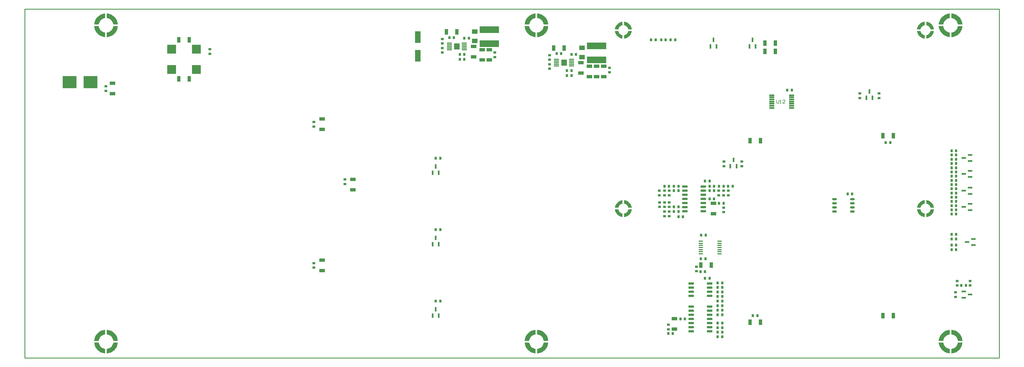
<source format=gtp>
G04 Layer_Color=10723209*
%FSLAX43Y43*%
%MOMM*%
G71*
G01*
G75*
%ADD10R,2.700X2.700*%
%ADD11O,1.400X0.350*%
%ADD12R,6.000X2.000*%
%ADD13R,0.600X1.350*%
%ADD14O,1.450X0.650*%
%ADD15R,1.800X1.340*%
%ADD16R,0.800X0.900*%
G04:AMPARAMS|DCode=17|XSize=0.45mm|YSize=1.6mm|CornerRadius=0.05mm|HoleSize=0mm|Usage=FLASHONLY|Rotation=90.000|XOffset=0mm|YOffset=0mm|HoleType=Round|Shape=RoundedRectangle|*
%AMROUNDEDRECTD17*
21,1,0.450,1.501,0,0,90.0*
21,1,0.351,1.600,0,0,90.0*
1,1,0.099,0.750,0.175*
1,1,0.099,0.750,-0.175*
1,1,0.099,-0.750,-0.175*
1,1,0.099,-0.750,0.175*
%
%ADD17ROUNDEDRECTD17*%
%ADD18R,4.240X3.810*%
%ADD19R,1.800X3.550*%
G04:AMPARAMS|DCode=21|XSize=0.65mm|YSize=1.65mm|CornerRadius=0.049mm|HoleSize=0mm|Usage=FLASHONLY|Rotation=270.000|XOffset=0mm|YOffset=0mm|HoleType=Round|Shape=RoundedRectangle|*
%AMROUNDEDRECTD21*
21,1,0.650,1.552,0,0,270.0*
21,1,0.552,1.650,0,0,270.0*
1,1,0.098,-0.776,-0.276*
1,1,0.098,-0.776,0.276*
1,1,0.098,0.776,0.276*
1,1,0.098,0.776,-0.276*
%
%ADD21ROUNDEDRECTD21*%
%ADD22R,1.700X1.000*%
%ADD23R,1.000X1.700*%
G04:AMPARAMS|DCode=24|XSize=0.3mm|YSize=1.55mm|CornerRadius=0.05mm|HoleSize=0mm|Usage=FLASHONLY|Rotation=90.000|XOffset=0mm|YOffset=0mm|HoleType=Round|Shape=RoundedRectangle|*
%AMROUNDEDRECTD24*
21,1,0.300,1.451,0,0,90.0*
21,1,0.201,1.550,0,0,90.0*
1,1,0.099,0.726,0.101*
1,1,0.099,0.726,-0.101*
1,1,0.099,-0.726,-0.101*
1,1,0.099,-0.726,0.101*
%
%ADD24ROUNDEDRECTD24*%
G04:AMPARAMS|DCode=25|XSize=1.73mm|YSize=1.9mm|CornerRadius=0.052mm|HoleSize=0mm|Usage=FLASHONLY|Rotation=0.000|XOffset=0mm|YOffset=0mm|HoleType=Round|Shape=RoundedRectangle|*
%AMROUNDEDRECTD25*
21,1,1.730,1.796,0,0,0.0*
21,1,1.626,1.900,0,0,0.0*
1,1,0.104,0.813,-0.898*
1,1,0.104,-0.813,-0.898*
1,1,0.104,-0.813,0.898*
1,1,0.104,0.813,0.898*
%
%ADD25ROUNDEDRECTD25*%
%ADD26R,0.900X0.800*%
%ADD27R,1.350X0.600*%
%ADD35C,0.254*%
%ADD36C,0.178*%
G36*
X186838Y45750D02*
X186816Y45527D01*
X186697Y45094D01*
X186506Y44688D01*
X186247Y44320D01*
X185930Y44003D01*
X185562Y43744D01*
X185156Y43553D01*
X184723Y43434D01*
X184500Y43412D01*
X184500D01*
Y44471D01*
X184500Y44470D01*
X184618Y44494D01*
X184848Y44570D01*
X185062Y44680D01*
X185257Y44822D01*
X185428Y44993D01*
X185570Y45188D01*
X185680Y45402D01*
X185756Y45632D01*
X185780Y45750D01*
Y45750D01*
Y45750D01*
X186838Y45750D01*
D02*
G37*
G36*
X279858D02*
X279836Y45527D01*
X279717Y45094D01*
X279526Y44688D01*
X279267Y44320D01*
X278950Y44003D01*
X278582Y43744D01*
X278176Y43553D01*
X277743Y43434D01*
X277520Y43412D01*
X277520D01*
Y44471D01*
X277520Y44470D01*
X277638Y44494D01*
X277868Y44570D01*
X278082Y44680D01*
X278277Y44822D01*
X278448Y44993D01*
X278590Y45188D01*
X278700Y45402D01*
X278776Y45632D01*
X278800Y45750D01*
Y45750D01*
Y45750D01*
X279858Y45750D01*
D02*
G37*
G36*
X275740Y45750D02*
X275764Y45632D01*
X275840Y45402D01*
X275950Y45188D01*
X276092Y44993D01*
X276263Y44822D01*
X276458Y44680D01*
X276672Y44570D01*
X276902Y44494D01*
X277020Y44470D01*
X277020Y44470D01*
X277020D01*
X277020Y43412D01*
X276797Y43434D01*
X276364Y43553D01*
X275957Y43744D01*
X275590Y44003D01*
X275273Y44320D01*
X275014Y44688D01*
X274823Y45094D01*
X274704Y45527D01*
X274682Y45750D01*
Y45750D01*
X275741D01*
X275740Y45750D01*
D02*
G37*
G36*
X157250Y8641D02*
Y7236D01*
X157250D01*
Y7236D01*
X157063Y7207D01*
X156699Y7103D01*
X156358Y6938D01*
X156049Y6719D01*
X155781Y6452D01*
X155562Y6143D01*
X155398Y5801D01*
X155293Y5437D01*
X155264Y5250D01*
Y5250D01*
X153859D01*
X153874Y5468D01*
X153955Y5897D01*
X154087Y6313D01*
X154268Y6710D01*
X154495Y7083D01*
X154765Y7427D01*
X155074Y7735D01*
X155417Y8005D01*
X155790Y8232D01*
X156187Y8413D01*
X156603Y8545D01*
X157032Y8626D01*
X157250Y8641D01*
D01*
X157250D01*
X157250D01*
D02*
G37*
G36*
X182720Y45750D02*
X182744Y45632D01*
X182820Y45402D01*
X182930Y45188D01*
X183072Y44993D01*
X183243Y44822D01*
X183438Y44680D01*
X183652Y44570D01*
X183882Y44494D01*
X184000Y44470D01*
X184000Y44470D01*
X184000D01*
X184000Y43412D01*
X183777Y43434D01*
X183344Y43553D01*
X182938Y43744D01*
X182570Y44003D01*
X182253Y44320D01*
X181994Y44688D01*
X181803Y45094D01*
X181684Y45527D01*
X181662Y45750D01*
Y45750D01*
X182721D01*
X182720Y45750D01*
D02*
G37*
G36*
X277020Y47529D02*
X277020Y47530D01*
X276902Y47506D01*
X276672Y47430D01*
X276458Y47320D01*
X276263Y47178D01*
X276092Y47007D01*
X275950Y46812D01*
X275840Y46598D01*
X275764Y46368D01*
X275740Y46250D01*
X275740D01*
Y46250D01*
X274682D01*
X274704Y46473D01*
X274823Y46906D01*
X275014Y47312D01*
X275273Y47680D01*
X275590Y47997D01*
X275957Y48256D01*
X276364Y48447D01*
X276797Y48566D01*
X277020Y48588D01*
Y48588D01*
X277020D01*
Y47529D01*
D02*
G37*
G36*
X182720Y100750D02*
X182744Y100632D01*
X182820Y100402D01*
X182930Y100188D01*
X183072Y99993D01*
X183243Y99822D01*
X183438Y99680D01*
X183652Y99570D01*
X183882Y99494D01*
X184000Y99470D01*
X184000Y99470D01*
X184000D01*
X184000Y98412D01*
X183777Y98434D01*
X183344Y98553D01*
X182938Y98744D01*
X182570Y99003D01*
X182253Y99320D01*
X181994Y99687D01*
X181803Y100094D01*
X181684Y100527D01*
X181662Y100750D01*
Y100750D01*
X182721D01*
X182720Y100750D01*
D02*
G37*
G36*
X184000Y47529D02*
X184000Y47530D01*
X183882Y47506D01*
X183652Y47430D01*
X183438Y47320D01*
X183243Y47178D01*
X183072Y47007D01*
X182930Y46812D01*
X182820Y46598D01*
X182744Y46368D01*
X182720Y46250D01*
X182720D01*
Y46250D01*
X181662D01*
X181684Y46473D01*
X181803Y46906D01*
X181994Y47312D01*
X182253Y47680D01*
X182570Y47997D01*
X182938Y48256D01*
X183344Y48447D01*
X183777Y48566D01*
X184000Y48588D01*
Y48588D01*
X184000D01*
Y47529D01*
D02*
G37*
G36*
X184723Y48566D02*
X185156Y48447D01*
X185562Y48256D01*
X185930Y47997D01*
X186247Y47680D01*
X186506Y47312D01*
X186697Y46906D01*
X186816Y46473D01*
X186838Y46250D01*
X186838Y46250D01*
Y46250D01*
X185779D01*
X185780Y46250D01*
X185756Y46368D01*
X185680Y46598D01*
X185570Y46812D01*
X185428Y47007D01*
X185257Y47178D01*
X185062Y47320D01*
X184848Y47430D01*
X184618Y47506D01*
X184500Y47530D01*
X184500D01*
Y48588D01*
X184723Y48566D01*
D02*
G37*
G36*
X277743D02*
X278176Y48447D01*
X278582Y48256D01*
X278950Y47997D01*
X279267Y47680D01*
X279526Y47312D01*
X279717Y46906D01*
X279836Y46473D01*
X279858Y46250D01*
X279858Y46250D01*
Y46250D01*
X278799D01*
X278800Y46250D01*
X278776Y46368D01*
X278700Y46598D01*
X278590Y46812D01*
X278448Y47007D01*
X278277Y47178D01*
X278082Y47320D01*
X277868Y47430D01*
X277638Y47506D01*
X277520Y47530D01*
X277520D01*
Y48588D01*
X277743Y48566D01*
D02*
G37*
G36*
X157968Y8626D02*
X158397Y8545D01*
X158813Y8413D01*
X159210Y8232D01*
X159583Y8005D01*
X159927Y7735D01*
X160235Y7426D01*
X160505Y7083D01*
X160732Y6710D01*
X160913Y6313D01*
X161045Y5897D01*
X161126Y5468D01*
X161141Y5250D01*
D01*
Y5250D01*
Y5250D01*
X159736D01*
Y5250D01*
X159736Y5250D01*
X159707Y5437D01*
X159603Y5801D01*
X159438Y6142D01*
X159219Y6451D01*
X158952Y6719D01*
X158643Y6938D01*
X158301Y7102D01*
X157937Y7207D01*
X157750Y7236D01*
X157750Y7236D01*
Y8641D01*
X157968Y8626D01*
D02*
G37*
G36*
X22793Y4563D02*
X22897Y4199D01*
X23062Y3858D01*
X23281Y3549D01*
X23548Y3281D01*
X23857Y3062D01*
X24199Y2898D01*
X24563Y2793D01*
X24750Y2764D01*
X24750D01*
Y1359D01*
X24750Y1359D01*
X24532Y1374D01*
X24103Y1455D01*
X23687Y1587D01*
X23290Y1768D01*
X22917Y1995D01*
X22573Y2265D01*
X22265Y2573D01*
X21995Y2917D01*
X21768Y3290D01*
X21587Y3687D01*
X21455Y4103D01*
X21374Y4532D01*
X21359Y4750D01*
X21359Y4750D01*
X22764D01*
Y4750D01*
X22793Y4563D01*
D02*
G37*
G36*
X282793D02*
X282897Y4199D01*
X283062Y3858D01*
X283281Y3549D01*
X283548Y3281D01*
X283857Y3062D01*
X284199Y2898D01*
X284563Y2793D01*
X284750Y2764D01*
X284750D01*
Y1359D01*
X284750Y1359D01*
X284532Y1374D01*
X284103Y1455D01*
X283687Y1587D01*
X283290Y1768D01*
X282917Y1995D01*
X282573Y2265D01*
X282265Y2573D01*
X281995Y2917D01*
X281768Y3290D01*
X281587Y3687D01*
X281455Y4103D01*
X281374Y4532D01*
X281359Y4750D01*
X281359Y4750D01*
X282764D01*
Y4750D01*
X282793Y4563D01*
D02*
G37*
G36*
X161141Y4750D02*
X161126Y4532D01*
X161045Y4103D01*
X160913Y3687D01*
X160732Y3290D01*
X160505Y2917D01*
X160235Y2573D01*
X159926Y2265D01*
X159583Y1995D01*
X159210Y1768D01*
X158813Y1587D01*
X158397Y1455D01*
X157968Y1374D01*
X157750Y1359D01*
X157750Y1359D01*
Y2764D01*
X157750D01*
X157937Y2793D01*
X158301Y2897D01*
X158642Y3062D01*
X158951Y3281D01*
X159219Y3548D01*
X159438Y3857D01*
X159602Y4199D01*
X159707Y4563D01*
X159736Y4750D01*
X159736Y4750D01*
X161141D01*
Y4750D01*
D02*
G37*
G36*
X28641Y4750D02*
X28626Y4532D01*
X28545Y4103D01*
X28413Y3687D01*
X28232Y3290D01*
X28005Y2917D01*
X27735Y2573D01*
X27427Y2265D01*
X27083Y1995D01*
X26710Y1768D01*
X26313Y1587D01*
X25897Y1455D01*
X25468Y1373D01*
X25250Y1359D01*
X25250Y1359D01*
Y2764D01*
X25250D01*
X25437Y2793D01*
X25801Y2897D01*
X26142Y3062D01*
X26451Y3281D01*
X26719Y3548D01*
X26938Y3857D01*
X27102Y4199D01*
X27207Y4563D01*
X27236Y4750D01*
X27236Y4750D01*
X28641D01*
Y4750D01*
D02*
G37*
G36*
X288641D02*
X288626Y4532D01*
X288545Y4103D01*
X288413Y3687D01*
X288232Y3290D01*
X288005Y2917D01*
X287735Y2573D01*
X287427Y2265D01*
X287083Y1995D01*
X286710Y1768D01*
X286313Y1587D01*
X285897Y1455D01*
X285468Y1373D01*
X285250Y1359D01*
X285250Y1359D01*
Y2764D01*
X285250D01*
X285437Y2793D01*
X285801Y2897D01*
X286142Y3062D01*
X286451Y3281D01*
X286719Y3548D01*
X286938Y3857D01*
X287102Y4199D01*
X287207Y4563D01*
X287236Y4750D01*
X287236Y4750D01*
X288641D01*
Y4750D01*
D02*
G37*
G36*
X24750Y8641D02*
Y7236D01*
X24750D01*
Y7236D01*
X24563Y7207D01*
X24199Y7102D01*
X23858Y6938D01*
X23549Y6719D01*
X23281Y6452D01*
X23062Y6143D01*
X22898Y5801D01*
X22793Y5437D01*
X22764Y5250D01*
Y5250D01*
X21359D01*
X21374Y5468D01*
X21455Y5897D01*
X21587Y6313D01*
X21768Y6710D01*
X21995Y7083D01*
X22265Y7427D01*
X22573Y7735D01*
X22917Y8005D01*
X23290Y8232D01*
X23687Y8413D01*
X24103Y8545D01*
X24532Y8626D01*
X24750Y8641D01*
D01*
X24750D01*
X24750D01*
D02*
G37*
G36*
X284750D02*
Y7236D01*
X284750D01*
Y7236D01*
X284563Y7207D01*
X284199Y7102D01*
X283858Y6938D01*
X283549Y6719D01*
X283281Y6452D01*
X283062Y6143D01*
X282898Y5801D01*
X282793Y5437D01*
X282764Y5250D01*
Y5250D01*
X281359D01*
X281374Y5468D01*
X281455Y5897D01*
X281587Y6313D01*
X281768Y6710D01*
X281995Y7083D01*
X282265Y7427D01*
X282573Y7735D01*
X282917Y8005D01*
X283290Y8232D01*
X283687Y8413D01*
X284103Y8545D01*
X284532Y8626D01*
X284750Y8641D01*
D01*
X284750D01*
X284750D01*
D02*
G37*
G36*
X285468Y8626D02*
X285897Y8545D01*
X286313Y8413D01*
X286710Y8232D01*
X287083Y8005D01*
X287427Y7735D01*
X287735Y7426D01*
X288005Y7083D01*
X288232Y6710D01*
X288413Y6313D01*
X288545Y5897D01*
X288626Y5468D01*
X288641Y5250D01*
D01*
Y5250D01*
Y5250D01*
X287236D01*
Y5250D01*
X287236Y5250D01*
X287207Y5437D01*
X287103Y5801D01*
X286938Y6142D01*
X286719Y6451D01*
X286452Y6719D01*
X286143Y6938D01*
X285801Y7102D01*
X285437Y7207D01*
X285250Y7236D01*
X285250Y7236D01*
Y8641D01*
X285468Y8626D01*
D02*
G37*
G36*
X155293Y4563D02*
X155397Y4199D01*
X155562Y3858D01*
X155781Y3549D01*
X156048Y3281D01*
X156357Y3062D01*
X156699Y2898D01*
X157063Y2793D01*
X157250Y2764D01*
X157250D01*
Y1359D01*
X157250Y1359D01*
X157032Y1374D01*
X156603Y1455D01*
X156187Y1587D01*
X155790Y1768D01*
X155417Y1995D01*
X155073Y2265D01*
X154765Y2573D01*
X154495Y2917D01*
X154268Y3290D01*
X154087Y3687D01*
X153955Y4103D01*
X153874Y4532D01*
X153859Y4750D01*
X153859Y4750D01*
X155264D01*
Y4750D01*
X155293Y4563D01*
D02*
G37*
G36*
X25468Y8626D02*
X25897Y8545D01*
X26313Y8413D01*
X26710Y8232D01*
X27083Y8005D01*
X27427Y7735D01*
X27735Y7426D01*
X28005Y7083D01*
X28232Y6710D01*
X28413Y6313D01*
X28545Y5897D01*
X28626Y5468D01*
X28641Y5250D01*
D01*
Y5250D01*
Y5250D01*
X27236D01*
Y5250D01*
X27236Y5250D01*
X27207Y5437D01*
X27103Y5801D01*
X26938Y6142D01*
X26719Y6451D01*
X26452Y6719D01*
X26143Y6938D01*
X25801Y7102D01*
X25437Y7207D01*
X25250Y7236D01*
X25250Y7236D01*
Y8641D01*
X25468Y8626D01*
D02*
G37*
G36*
X275720Y100750D02*
X275744Y100632D01*
X275820Y100402D01*
X275930Y100188D01*
X276072Y99993D01*
X276243Y99822D01*
X276438Y99680D01*
X276652Y99570D01*
X276882Y99494D01*
X277000Y99470D01*
X277000Y99470D01*
X277000D01*
X277000Y98412D01*
X276777Y98434D01*
X276344Y98553D01*
X275938Y98744D01*
X275570Y99003D01*
X275253Y99320D01*
X274994Y99687D01*
X274803Y100094D01*
X274684Y100527D01*
X274662Y100750D01*
Y100750D01*
X275721D01*
X275720Y100750D01*
D02*
G37*
G36*
X285468Y106126D02*
X285897Y106045D01*
X286313Y105913D01*
X286710Y105732D01*
X287083Y105505D01*
X287427Y105235D01*
X287735Y104926D01*
X288005Y104583D01*
X288232Y104210D01*
X288413Y103813D01*
X288545Y103397D01*
X288626Y102968D01*
X288641Y102750D01*
D01*
Y102750D01*
Y102750D01*
X287236D01*
Y102750D01*
X287236Y102750D01*
X287207Y102937D01*
X287103Y103301D01*
X286938Y103642D01*
X286719Y103951D01*
X286452Y104219D01*
X286143Y104438D01*
X285801Y104602D01*
X285437Y104707D01*
X285250Y104736D01*
X285250Y104736D01*
Y106141D01*
X285468Y106126D01*
D02*
G37*
G36*
X24750Y104736D02*
X24750D01*
Y104736D01*
X24563Y104707D01*
X24199Y104603D01*
X23858Y104438D01*
X23549Y104219D01*
X23281Y103952D01*
X23062Y103643D01*
X22898Y103301D01*
X22793Y102937D01*
X22764Y102750D01*
Y102750D01*
X21359D01*
X21374Y102968D01*
X21455Y103397D01*
X21587Y103813D01*
X21768Y104210D01*
X21995Y104583D01*
X22265Y104927D01*
X22573Y105235D01*
X22917Y105505D01*
X23290Y105732D01*
X23687Y105913D01*
X24103Y106045D01*
X24532Y106126D01*
X24750Y106141D01*
Y104736D01*
D02*
G37*
G36*
X157968Y106126D02*
X158397Y106045D01*
X158813Y105913D01*
X159210Y105732D01*
X159583Y105505D01*
X159927Y105235D01*
X160235Y104926D01*
X160505Y104583D01*
X160732Y104210D01*
X160913Y103813D01*
X161045Y103397D01*
X161126Y102968D01*
X161141Y102750D01*
D01*
Y102750D01*
Y102750D01*
X159736D01*
Y102750D01*
X159736Y102750D01*
X159707Y102937D01*
X159603Y103301D01*
X159438Y103642D01*
X159219Y103951D01*
X158952Y104219D01*
X158643Y104438D01*
X158301Y104602D01*
X157937Y104707D01*
X157750Y104736D01*
X157750Y104736D01*
Y106141D01*
X157968Y106126D01*
D02*
G37*
G36*
X277000Y102529D02*
X277000Y102530D01*
X276882Y102506D01*
X276652Y102430D01*
X276438Y102320D01*
X276243Y102178D01*
X276072Y102007D01*
X275930Y101812D01*
X275820Y101598D01*
X275744Y101368D01*
X275720Y101250D01*
X275720D01*
Y101250D01*
X274662D01*
X274684Y101473D01*
X274803Y101906D01*
X274994Y102312D01*
X275253Y102680D01*
X275570Y102997D01*
X275938Y103256D01*
X276344Y103447D01*
X276777Y103566D01*
X277000Y103588D01*
Y103588D01*
X277000D01*
Y102529D01*
D02*
G37*
G36*
X25468Y106126D02*
X25897Y106045D01*
X26313Y105913D01*
X26710Y105732D01*
X27083Y105505D01*
X27427Y105235D01*
X27735Y104926D01*
X28005Y104583D01*
X28232Y104210D01*
X28413Y103813D01*
X28545Y103397D01*
X28626Y102968D01*
X28641Y102750D01*
D01*
Y102750D01*
Y102750D01*
X27236D01*
Y102750D01*
X27236Y102750D01*
X27207Y102937D01*
X27103Y103301D01*
X26938Y103642D01*
X26719Y103951D01*
X26452Y104219D01*
X26143Y104438D01*
X25801Y104602D01*
X25437Y104707D01*
X25250Y104736D01*
X25250Y104736D01*
Y106141D01*
X25468Y106126D01*
D02*
G37*
G36*
X284750Y106141D02*
D01*
X284750D01*
X284750D01*
D02*
G37*
G36*
X157250D02*
D01*
X157250D01*
X157250D01*
D02*
G37*
G36*
X24750D02*
D01*
X24750D01*
X24750D01*
D02*
G37*
G36*
X157250Y104736D02*
X157250D01*
Y104736D01*
X157063Y104707D01*
X156699Y104603D01*
X156358Y104438D01*
X156049Y104219D01*
X155781Y103952D01*
X155562Y103643D01*
X155398Y103301D01*
X155293Y102937D01*
X155264Y102750D01*
Y102750D01*
X153859D01*
X153874Y102968D01*
X153955Y103397D01*
X154087Y103813D01*
X154268Y104210D01*
X154495Y104583D01*
X154765Y104927D01*
X155074Y105235D01*
X155417Y105505D01*
X155790Y105732D01*
X156187Y105913D01*
X156603Y106045D01*
X157032Y106126D01*
X157250Y106141D01*
Y104736D01*
D02*
G37*
G36*
X284750D02*
X284750D01*
Y104736D01*
X284563Y104707D01*
X284199Y104603D01*
X283858Y104438D01*
X283549Y104219D01*
X283281Y103952D01*
X283062Y103643D01*
X282898Y103301D01*
X282793Y102937D01*
X282764Y102750D01*
Y102750D01*
X281359D01*
X281374Y102968D01*
X281455Y103397D01*
X281587Y103813D01*
X281768Y104210D01*
X281995Y104583D01*
X282265Y104927D01*
X282573Y105235D01*
X282917Y105505D01*
X283290Y105732D01*
X283687Y105913D01*
X284103Y106045D01*
X284532Y106126D01*
X284750Y106141D01*
Y104736D01*
D02*
G37*
G36*
X184000Y102529D02*
X184000Y102530D01*
X183882Y102506D01*
X183652Y102430D01*
X183438Y102320D01*
X183243Y102178D01*
X183072Y102007D01*
X182930Y101812D01*
X182820Y101598D01*
X182744Y101368D01*
X182720Y101250D01*
X182720D01*
Y101250D01*
X181662D01*
X181684Y101473D01*
X181803Y101906D01*
X181994Y102312D01*
X182253Y102680D01*
X182570Y102997D01*
X182938Y103256D01*
X183344Y103447D01*
X183777Y103566D01*
X184000Y103588D01*
Y103588D01*
X184000D01*
Y102529D01*
D02*
G37*
G36*
X186838Y100750D02*
X186816Y100527D01*
X186697Y100094D01*
X186506Y99688D01*
X186247Y99320D01*
X185930Y99003D01*
X185562Y98744D01*
X185156Y98553D01*
X184723Y98434D01*
X184500Y98412D01*
X184500D01*
Y99471D01*
X184500Y99470D01*
X184618Y99494D01*
X184848Y99570D01*
X185062Y99680D01*
X185257Y99822D01*
X185428Y99993D01*
X185570Y100188D01*
X185680Y100402D01*
X185756Y100632D01*
X185780Y100750D01*
Y100750D01*
Y100750D01*
X186838Y100750D01*
D02*
G37*
G36*
X279838D02*
X279816Y100527D01*
X279697Y100094D01*
X279506Y99688D01*
X279247Y99320D01*
X278930Y99003D01*
X278562Y98744D01*
X278156Y98553D01*
X277723Y98434D01*
X277500Y98412D01*
X277500D01*
Y99471D01*
X277500Y99470D01*
X277618Y99494D01*
X277848Y99570D01*
X278062Y99680D01*
X278257Y99822D01*
X278428Y99993D01*
X278570Y100188D01*
X278680Y100402D01*
X278756Y100632D01*
X278780Y100750D01*
Y100750D01*
Y100750D01*
X279838Y100750D01*
D02*
G37*
G36*
X288641Y102250D02*
X288626Y102032D01*
X288545Y101603D01*
X288413Y101187D01*
X288232Y100790D01*
X288005Y100417D01*
X287735Y100073D01*
X287427Y99765D01*
X287083Y99495D01*
X286710Y99268D01*
X286313Y99087D01*
X285897Y98955D01*
X285468Y98874D01*
X285250Y98859D01*
X285250Y98859D01*
Y100264D01*
X285250D01*
X285437Y100293D01*
X285801Y100397D01*
X286142Y100562D01*
X286451Y100781D01*
X286719Y101048D01*
X286938Y101357D01*
X287102Y101699D01*
X287207Y102063D01*
X287236Y102250D01*
X287236Y102250D01*
X288641D01*
Y102250D01*
D02*
G37*
G36*
X28641D02*
X28626Y102032D01*
X28545Y101603D01*
X28413Y101187D01*
X28232Y100790D01*
X28005Y100417D01*
X27735Y100073D01*
X27427Y99765D01*
X27083Y99495D01*
X26710Y99268D01*
X26313Y99087D01*
X25897Y98955D01*
X25468Y98874D01*
X25250Y98859D01*
X25250Y98859D01*
Y100264D01*
X25250D01*
X25437Y100293D01*
X25801Y100397D01*
X26142Y100562D01*
X26451Y100781D01*
X26719Y101048D01*
X26938Y101357D01*
X27102Y101699D01*
X27207Y102063D01*
X27236Y102250D01*
X27236Y102250D01*
X28641D01*
Y102250D01*
D02*
G37*
G36*
X161141D02*
X161126Y102032D01*
X161045Y101603D01*
X160913Y101187D01*
X160732Y100790D01*
X160505Y100417D01*
X160235Y100073D01*
X159926Y99765D01*
X159583Y99495D01*
X159210Y99268D01*
X158813Y99087D01*
X158397Y98955D01*
X157968Y98874D01*
X157750Y98859D01*
X157750Y98859D01*
Y100264D01*
X157750D01*
X157937Y100293D01*
X158301Y100397D01*
X158642Y100562D01*
X158951Y100781D01*
X159219Y101048D01*
X159438Y101357D01*
X159602Y101699D01*
X159707Y102063D01*
X159736Y102250D01*
X159736Y102250D01*
X161141D01*
Y102250D01*
D02*
G37*
G36*
X155293Y102063D02*
X155397Y101699D01*
X155562Y101358D01*
X155781Y101049D01*
X156048Y100781D01*
X156357Y100562D01*
X156699Y100398D01*
X157063Y100293D01*
X157250Y100264D01*
X157250D01*
Y98859D01*
X157250Y98859D01*
X157032Y98874D01*
X156603Y98955D01*
X156187Y99087D01*
X155790Y99268D01*
X155417Y99495D01*
X155073Y99765D01*
X154765Y100074D01*
X154495Y100417D01*
X154268Y100790D01*
X154087Y101187D01*
X153955Y101603D01*
X153874Y102032D01*
X153859Y102250D01*
X153859Y102250D01*
X155264D01*
Y102250D01*
X155293Y102063D01*
D02*
G37*
G36*
X282793D02*
X282897Y101699D01*
X283062Y101358D01*
X283281Y101049D01*
X283548Y100781D01*
X283857Y100562D01*
X284199Y100398D01*
X284563Y100293D01*
X284750Y100264D01*
X284750D01*
Y98859D01*
X284750Y98859D01*
X284532Y98874D01*
X284103Y98955D01*
X283687Y99087D01*
X283290Y99268D01*
X282917Y99495D01*
X282573Y99765D01*
X282265Y100074D01*
X281995Y100417D01*
X281768Y100790D01*
X281587Y101187D01*
X281455Y101603D01*
X281374Y102032D01*
X281359Y102250D01*
X281359Y102250D01*
X282764D01*
Y102250D01*
X282793Y102063D01*
D02*
G37*
G36*
X22793D02*
X22897Y101699D01*
X23062Y101358D01*
X23281Y101049D01*
X23548Y100781D01*
X23857Y100562D01*
X24199Y100398D01*
X24563Y100293D01*
X24750Y100264D01*
X24750D01*
Y98859D01*
X24750Y98859D01*
X24532Y98874D01*
X24103Y98955D01*
X23687Y99087D01*
X23290Y99268D01*
X22917Y99495D01*
X22573Y99765D01*
X22265Y100074D01*
X21995Y100417D01*
X21768Y100790D01*
X21587Y101187D01*
X21455Y101603D01*
X21374Y102032D01*
X21359Y102250D01*
X21359Y102250D01*
X22764D01*
Y102250D01*
X22793Y102063D01*
D02*
G37*
G36*
X184723Y103566D02*
X185156Y103447D01*
X185562Y103256D01*
X185930Y102997D01*
X186247Y102680D01*
X186506Y102312D01*
X186697Y101906D01*
X186816Y101473D01*
X186838Y101250D01*
X186838Y101250D01*
Y101250D01*
X185779D01*
X185780Y101250D01*
X185756Y101368D01*
X185680Y101598D01*
X185570Y101812D01*
X185428Y102007D01*
X185257Y102178D01*
X185062Y102320D01*
X184848Y102430D01*
X184618Y102506D01*
X184500Y102530D01*
X184500D01*
Y103588D01*
X184723Y103566D01*
D02*
G37*
G36*
X277723D02*
X278156Y103447D01*
X278562Y103256D01*
X278930Y102997D01*
X279247Y102680D01*
X279506Y102312D01*
X279697Y101906D01*
X279816Y101473D01*
X279838Y101250D01*
X279838Y101250D01*
Y101250D01*
X278779D01*
X278780Y101250D01*
X278756Y101368D01*
X278680Y101598D01*
X278570Y101812D01*
X278428Y102007D01*
X278257Y102178D01*
X278062Y102320D01*
X277848Y102430D01*
X277618Y102506D01*
X277500Y102530D01*
X277500D01*
Y103588D01*
X277723Y103566D01*
D02*
G37*
D10*
X45190Y88890D02*
D03*
X52810D02*
D03*
Y95110D02*
D03*
X45190D02*
D03*
D11*
X208125Y35950D02*
D03*
Y35300D02*
D03*
Y34650D02*
D03*
Y34000D02*
D03*
Y33350D02*
D03*
Y32700D02*
D03*
Y32050D02*
D03*
X213875Y35950D02*
D03*
Y35300D02*
D03*
Y34650D02*
D03*
Y34000D02*
D03*
Y33350D02*
D03*
Y32700D02*
D03*
Y32050D02*
D03*
D12*
X143000Y96850D02*
D03*
Y101150D02*
D03*
X176000Y91850D02*
D03*
Y96150D02*
D03*
D13*
X125550Y57025D02*
D03*
X127450D02*
D03*
X126500Y58975D02*
D03*
X259050Y80125D02*
D03*
X260950D02*
D03*
X260000Y82075D02*
D03*
X211050Y96025D02*
D03*
X212950D02*
D03*
X212000Y97975D02*
D03*
X223050Y96025D02*
D03*
X224950D02*
D03*
X224000Y97975D02*
D03*
X217180Y59095D02*
D03*
X219080D02*
D03*
X218130Y61045D02*
D03*
X125550Y13025D02*
D03*
X127450D02*
D03*
X126500Y14975D02*
D03*
X125550Y35025D02*
D03*
X127450D02*
D03*
X126500Y36975D02*
D03*
D14*
X254725Y45095D02*
D03*
Y46365D02*
D03*
Y47635D02*
D03*
Y48905D02*
D03*
X249275Y45095D02*
D03*
Y46365D02*
D03*
Y47635D02*
D03*
Y48905D02*
D03*
D15*
X138500Y100530D02*
D03*
Y97670D02*
D03*
X171500Y95530D02*
D03*
Y92670D02*
D03*
D16*
X209400Y54500D02*
D03*
X210800D02*
D03*
X215100Y47600D02*
D03*
X213700D02*
D03*
X210800Y24500D02*
D03*
X209400D02*
D03*
X285300Y34800D02*
D03*
X286700D02*
D03*
Y36600D02*
D03*
X285300D02*
D03*
X286700Y33300D02*
D03*
X285300D02*
D03*
X286700Y38100D02*
D03*
X285300D02*
D03*
X288300Y22300D02*
D03*
X289700D02*
D03*
X285300Y44300D02*
D03*
X286700D02*
D03*
X285300Y48200D02*
D03*
X286700D02*
D03*
X285300Y49500D02*
D03*
X286700D02*
D03*
X285300Y53400D02*
D03*
X286700D02*
D03*
X285300Y54700D02*
D03*
X286700D02*
D03*
X285300Y58600D02*
D03*
X286700D02*
D03*
X285300Y59900D02*
D03*
X286700D02*
D03*
X285300Y63800D02*
D03*
X286700D02*
D03*
Y62500D02*
D03*
X285300D02*
D03*
X286700Y61200D02*
D03*
X285300D02*
D03*
X286700Y57300D02*
D03*
X285300D02*
D03*
X286700Y56000D02*
D03*
X285300D02*
D03*
X214700Y16100D02*
D03*
X213300D02*
D03*
Y13300D02*
D03*
X214700D02*
D03*
X214700Y21700D02*
D03*
X213300D02*
D03*
Y18900D02*
D03*
X214700D02*
D03*
X214700Y7900D02*
D03*
X213300D02*
D03*
Y10700D02*
D03*
X214700D02*
D03*
X203200Y12000D02*
D03*
X201800D02*
D03*
X208200Y37800D02*
D03*
X209600D02*
D03*
X196900Y52900D02*
D03*
X198300D02*
D03*
X215100D02*
D03*
X213700D02*
D03*
X208000Y26600D02*
D03*
X209400D02*
D03*
X208100Y30500D02*
D03*
X209500D02*
D03*
X210800Y49000D02*
D03*
X212200D02*
D03*
X225530Y12970D02*
D03*
X224130D02*
D03*
X265030Y66370D02*
D03*
X266430D02*
D03*
X254700Y50500D02*
D03*
X253300D02*
D03*
X168300Y93500D02*
D03*
X169700D02*
D03*
X163700Y93800D02*
D03*
X165100D02*
D03*
X135300Y98500D02*
D03*
X136700D02*
D03*
X132100Y98700D02*
D03*
X130700D02*
D03*
X192800Y98000D02*
D03*
X194200D02*
D03*
X236100Y82500D02*
D03*
X234700D02*
D03*
X198100Y7500D02*
D03*
X199500D02*
D03*
X214700Y17500D02*
D03*
X213300D02*
D03*
Y14700D02*
D03*
X214700D02*
D03*
X214700Y23100D02*
D03*
X213300D02*
D03*
Y20300D02*
D03*
X214700D02*
D03*
X214700Y6500D02*
D03*
X213300D02*
D03*
X213300Y9300D02*
D03*
X214700D02*
D03*
X199800Y45100D02*
D03*
X201200D02*
D03*
Y46500D02*
D03*
X199800D02*
D03*
X126500Y17500D02*
D03*
X127900D02*
D03*
X199800Y52900D02*
D03*
X201200D02*
D03*
Y51500D02*
D03*
X199800D02*
D03*
X126500Y39500D02*
D03*
X127900D02*
D03*
X216500Y52900D02*
D03*
X217900D02*
D03*
X212200D02*
D03*
X210800D02*
D03*
Y51500D02*
D03*
X212200D02*
D03*
X126500Y61500D02*
D03*
X127900D02*
D03*
X166900Y87000D02*
D03*
X168300D02*
D03*
Y88500D02*
D03*
X166900D02*
D03*
X133900Y92000D02*
D03*
X135300D02*
D03*
Y93500D02*
D03*
X133900D02*
D03*
X285300Y45600D02*
D03*
X286700D02*
D03*
X285300Y46900D02*
D03*
X286700D02*
D03*
X285300Y50800D02*
D03*
X286700D02*
D03*
X285300Y52100D02*
D03*
X286700D02*
D03*
X195900Y98000D02*
D03*
X197300D02*
D03*
X200200D02*
D03*
X198800D02*
D03*
X202600Y43500D02*
D03*
X201200D02*
D03*
D17*
X236050Y77050D02*
D03*
Y77700D02*
D03*
Y78350D02*
D03*
Y79000D02*
D03*
Y79650D02*
D03*
Y80300D02*
D03*
Y80950D02*
D03*
X229950Y77050D02*
D03*
Y77700D02*
D03*
Y78350D02*
D03*
Y79000D02*
D03*
Y79650D02*
D03*
Y80300D02*
D03*
Y80950D02*
D03*
D18*
X20185Y85000D02*
D03*
X13815D02*
D03*
D19*
X121000Y93125D02*
D03*
Y98875D02*
D03*
D21*
X203175Y52810D02*
D03*
Y51540D02*
D03*
Y50270D02*
D03*
Y49000D02*
D03*
Y47730D02*
D03*
Y46460D02*
D03*
Y45190D02*
D03*
X208825Y52810D02*
D03*
Y51540D02*
D03*
Y50270D02*
D03*
Y49000D02*
D03*
Y47730D02*
D03*
Y46460D02*
D03*
Y45190D02*
D03*
X210825Y19095D02*
D03*
Y20365D02*
D03*
Y21635D02*
D03*
Y22905D02*
D03*
X205175Y19095D02*
D03*
Y20365D02*
D03*
Y21635D02*
D03*
Y22905D02*
D03*
X210825Y8190D02*
D03*
Y9460D02*
D03*
Y10730D02*
D03*
Y12000D02*
D03*
Y13270D02*
D03*
Y14540D02*
D03*
Y15810D02*
D03*
X205175Y8190D02*
D03*
Y9460D02*
D03*
Y10730D02*
D03*
Y12000D02*
D03*
Y13270D02*
D03*
Y14540D02*
D03*
Y15810D02*
D03*
D22*
X143000Y91800D02*
D03*
Y95000D02*
D03*
X200000Y12100D02*
D03*
Y8900D02*
D03*
X91500Y30100D02*
D03*
Y26900D02*
D03*
X101000Y51800D02*
D03*
Y55000D02*
D03*
X91500Y73600D02*
D03*
Y70400D02*
D03*
X212000Y44400D02*
D03*
Y47600D02*
D03*
X27000Y81400D02*
D03*
Y84600D02*
D03*
X173800Y86700D02*
D03*
Y89900D02*
D03*
X176000Y86700D02*
D03*
Y89900D02*
D03*
X178200Y86700D02*
D03*
Y89900D02*
D03*
X140800Y91800D02*
D03*
Y95000D02*
D03*
X171200Y87800D02*
D03*
Y91000D02*
D03*
X138200Y92800D02*
D03*
Y96000D02*
D03*
D23*
X227800Y97000D02*
D03*
X231000D02*
D03*
X211300Y28600D02*
D03*
X208100D02*
D03*
X223230Y10970D02*
D03*
X226430D02*
D03*
X267330Y68470D02*
D03*
X264130D02*
D03*
Y12970D02*
D03*
X267330D02*
D03*
X226430Y66970D02*
D03*
X223230D02*
D03*
X166000Y95500D02*
D03*
X162800D02*
D03*
X133000Y100500D02*
D03*
X129800D02*
D03*
X47400Y98000D02*
D03*
X50600D02*
D03*
X47400Y86000D02*
D03*
X50600D02*
D03*
X227800Y94500D02*
D03*
X231000D02*
D03*
D24*
X135325Y95000D02*
D03*
Y95500D02*
D03*
Y96000D02*
D03*
Y96500D02*
D03*
X130675Y95000D02*
D03*
Y95500D02*
D03*
Y96000D02*
D03*
Y96500D02*
D03*
Y97000D02*
D03*
X135325D02*
D03*
X168325Y90000D02*
D03*
Y90500D02*
D03*
Y91000D02*
D03*
Y91500D02*
D03*
X163675Y90000D02*
D03*
Y90500D02*
D03*
Y91000D02*
D03*
Y91500D02*
D03*
Y92000D02*
D03*
X168325D02*
D03*
D25*
X133000Y96000D02*
D03*
X166000Y91000D02*
D03*
D26*
X286500Y18800D02*
D03*
Y20200D02*
D03*
X287000Y23700D02*
D03*
Y22300D02*
D03*
X291000Y23700D02*
D03*
Y22300D02*
D03*
X198100Y8800D02*
D03*
Y10200D02*
D03*
X198400Y45100D02*
D03*
Y43700D02*
D03*
Y47900D02*
D03*
Y46500D02*
D03*
X89000Y27800D02*
D03*
Y29200D02*
D03*
X198400Y50100D02*
D03*
Y51500D02*
D03*
X98500Y55000D02*
D03*
Y53600D02*
D03*
X213600Y50100D02*
D03*
Y51500D02*
D03*
X89000Y71300D02*
D03*
Y72700D02*
D03*
X215100Y46300D02*
D03*
Y44900D02*
D03*
X215230Y59070D02*
D03*
Y60470D02*
D03*
X220730Y59070D02*
D03*
Y60470D02*
D03*
X25000Y83700D02*
D03*
Y82300D02*
D03*
X57000Y95100D02*
D03*
Y93700D02*
D03*
X180000Y89400D02*
D03*
Y88000D02*
D03*
X161500Y90500D02*
D03*
Y89100D02*
D03*
X144700Y92700D02*
D03*
Y94100D02*
D03*
X128500Y94100D02*
D03*
Y95500D02*
D03*
X206700Y26700D02*
D03*
Y28100D02*
D03*
X196900Y45100D02*
D03*
Y43700D02*
D03*
Y47900D02*
D03*
Y46500D02*
D03*
X195300Y51500D02*
D03*
Y50100D02*
D03*
X196900D02*
D03*
Y51500D02*
D03*
X215100Y50100D02*
D03*
Y51500D02*
D03*
X161500Y91900D02*
D03*
Y93300D02*
D03*
X128500Y96900D02*
D03*
Y98300D02*
D03*
X263000Y80100D02*
D03*
Y81500D02*
D03*
X257000Y80100D02*
D03*
Y81500D02*
D03*
X195400Y46500D02*
D03*
Y47900D02*
D03*
X216600Y51500D02*
D03*
Y50100D02*
D03*
D27*
X290975Y19500D02*
D03*
X289025Y18550D02*
D03*
Y20450D02*
D03*
X290025Y35700D02*
D03*
X291975Y36650D02*
D03*
Y34750D02*
D03*
X290975Y45550D02*
D03*
Y47450D02*
D03*
X289025Y46500D02*
D03*
X290975Y50550D02*
D03*
Y52450D02*
D03*
X289025Y51500D02*
D03*
X290975Y55750D02*
D03*
Y57650D02*
D03*
X289025Y56700D02*
D03*
X290975Y60650D02*
D03*
Y62550D02*
D03*
X289025Y61600D02*
D03*
D35*
X0Y0D02*
Y107500D01*
X300000D01*
Y0D02*
Y107500D01*
X0Y0D02*
X300000D01*
D36*
X231476Y79508D02*
Y78661D01*
X231645Y78492D01*
X231984D01*
X232153Y78661D01*
Y79508D01*
X232492Y78492D02*
X232830D01*
X232661D01*
Y79508D01*
X232492Y79338D01*
X234015Y78492D02*
X233338D01*
X234015Y79169D01*
Y79338D01*
X233846Y79508D01*
X233507D01*
X233338Y79338D01*
M02*

</source>
